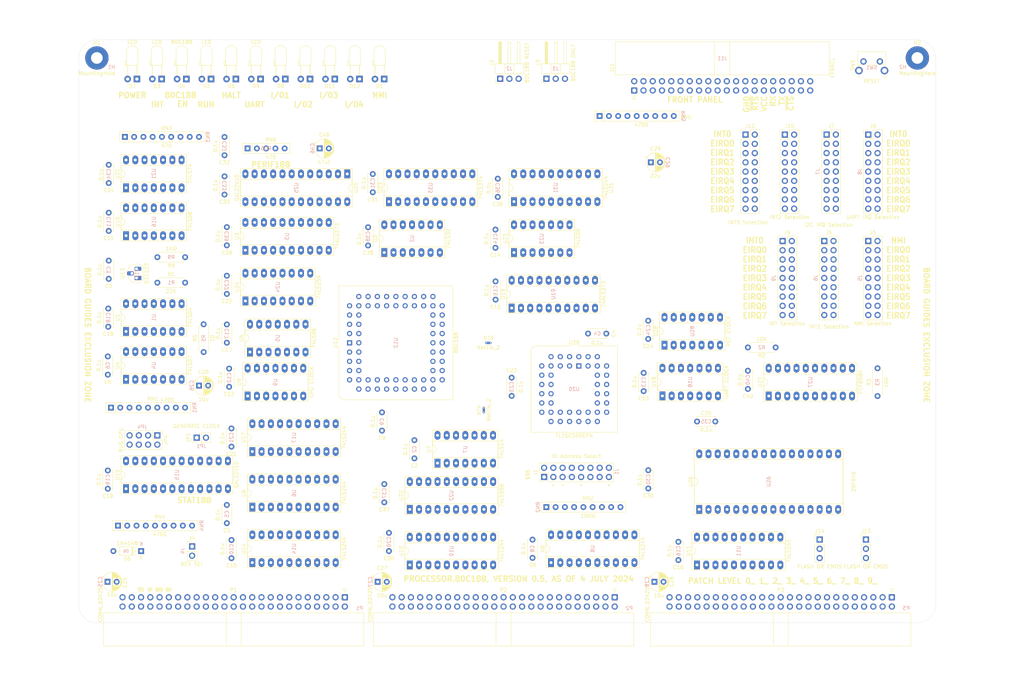
<source format=kicad_pcb>
(kicad_pcb (version 20211014) (generator pcbnew)
  (title_block (title "DUODYNE 6809 PROCESSOR") (date "2024-05-14") (rev "v1.2"))
  (layers (0 "F.Cu" signal) (31 "B.Cu" signal) (34 "B.Paste" user) (35 "F.Paste" user) (36 "B.SilkS" user "B.Silkscreen") (37 "F.SilkS" user "F.Silkscreen") (38 "B.Mask" user) (39 "F.Mask" user) (44 "Edge.Cuts" user))
  (net 0 "")
  (net 1 "GND")
  (net 2 "VCC")
  (net 3 "Net-(D2-Pad1)")
  (net 4 "Net-(D6-Pad2)")
  (net 5 "Net-(D1-Pad1)")
  (net 6 "470B")
  (net 7 "~{INT0}")
  (net 8 "470D")
  (net 9 "470A")
  (net 10 "~{DREQ1}")
  (net 11 "~{DREQ0}")
  (net 12 "Net-(D3-Pad1)")
  (net 13 "-12V")
  (net 14 "Net-(D5-Pad1)")
  (net 15 "~{BUSRQ}")
  (net 16 "/bus/CRUCLK")
  (net 17 "~{NMI}")
  (net 18 "~{M1}")
  (net 19 "~{MREQ}")
  (net 20 "~{IORQ}")
  (net 21 "~{WR}")
  (net 22 "~{RD}")
  (net 23 "A0")
  (net 24 "A1")
  (net 25 "A2")
  (net 26 "A3")
  (net 27 "A4")
  (net 28 "A5")
  (net 29 "A6")
  (net 30 "A7")
  (net 31 "A8")
  (net 32 "A9")
  (net 33 "A10")
  (net 34 "A11")
  (net 35 "A12")
  (net 36 "A13")
  (net 37 "A14")
  (net 38 "A15")
  (net 39 "+12V")
  (net 40 "D0")
  (net 41 "D1")
  (net 42 "D2")
  (net 43 "D3")
  (net 44 "D4")
  (net 45 "D5")
  (net 46 "D6")
  (net 47 "D7")
  (net 48 "470C")
  (net 49 "Net-(D8-Pad1)")
  (net 50 "Net-(D8-Pad2)")
  (net 51 "Net-(JP4-Pad1)")
  (net 52 "ONE")
  (net 53 "ZERO")
  (net 54 "Net-(D9-Pad1)")
  (net 55 "Net-(JP4-Pad3)")
  (net 56 "Net-(JP4-Pad5)")
  (net 57 "Net-(JP4-Pad7)")
  (net 58 "Net-(J11-Pad19)")
  (net 59 "Net-(J11-Pad17)")
  (net 60 "Net-(J11-Pad15)")
  (net 61 "~{CPU-IORQ}")
  (net 62 "470E")
  (net 63 "CPU-A1")
  (net 64 "CPU-A0")
  (net 65 "/bus/A23")
  (net 66 "~{CPU-M1}")
  (net 67 "~{CPU-WR}")
  (net 68 "~{CPU-RD}")
  (net 69 "~{CPU-MREQ}")
  (net 70 "/bus/A22")
  (net 71 "~{FP-LATCH-RD}")
  (net 72 "FP-LATCH-WR")
  (net 73 "Net-(D10-Pad1)")
  (net 74 "bCLK")
  (net 75 "Net-(D10-Pad2)")
  (net 76 "~{EIRQ0}")
  (net 77 "~{EIRQ1}")
  (net 78 "/fpanel/FP-D7")
  (net 79 "/fpanel/FP-D6")
  (net 80 "/fpanel/FP-D5")
  (net 81 "/fpanel/FP-D4")
  (net 82 "/fpanel/FP-D3")
  (net 83 "/fpanel/FP-D2")
  (net 84 "/fpanel/FP-D1")
  (net 85 "/fpanel/FP-D0")
  (net 86 "CPU-A3")
  (net 87 "CPU-A4")
  (net 88 "CPU-A2")
  (net 89 "CPU-A5")
  (net 90 "CPU-A6")
  (net 91 "CPU-A7")
  (net 92 "~{EIRQ2}")
  (net 93 "CPU-A11")
  (net 94 "CPU-A12")
  (net 95 "CPU-A10")
  (net 96 "CPU-A13")
  (net 97 "CPU-A9")
  (net 98 "CPU-A14")
  (net 99 "CPU-A8")
  (net 100 "CPU-A15")
  (net 101 "~{CPU-NMI}")
  (net 102 "CPU-D1")
  (net 103 "CPU-D7")
  (net 104 "CPU-D6")
  (net 105 "CPU-D3")
  (net 106 "CPU-D0")
  (net 107 "CPU-D2")
  (net 108 "CPU-D5")
  (net 109 "CPU-D4")
  (net 110 "A16")
  (net 111 "A17")
  (net 112 "A18")
  (net 113 "A19")
  (net 114 "Net-(D11-Pad1)")
  (net 115 "Net-(D11-Pad2)")
  (net 116 "~{EIRQ3}")
  (net 117 "~{EIRQ4}")
  (net 118 "Net-(P1-Pad40)")
  (net 119 "~{EIRQ5}")
  (net 120 "~{EIRQ6}")
  (net 121 "Net-(P1-Pad44)")
  (net 122 "~{EIRQ7}")
  (net 123 "Net-(D12-Pad1)")
  (net 124 "UART-CLK")
  (net 125 "/bus/E")
  (net 126 "/bus/ST")
  (net 127 "/bus/PHI")
  (net 128 "/bus/~{INT2}")
  (net 129 "/bus/~{INT1}")
  (net 130 "~{RES_IN}")
  (net 131 "/bus/CRUOUT")
  (net 132 "/bus/CRUIN")
  (net 133 "~{RES_OUT}")
  (net 134 "/bus/USER8")
  (net 135 "/bus/USER7")
  (net 136 "/bus/USER6")
  (net 137 "/bus/USER5")
  (net 138 "/bus/USER4")
  (net 139 "/bus/USER3")
  (net 140 "/bus/USER2")
  (net 141 "/bus/USER1")
  (net 142 "/bus/USER0")
  (net 143 "I2C_SDA")
  (net 144 "/bus/A31")
  (net 145 "/bus/A30")
  (net 146 "/bus/A29")
  (net 147 "/bus/A28")
  (net 148 "/bus/A27")
  (net 149 "/bus/A26")
  (net 150 "/bus/A25")
  (net 151 "/bus/A24")
  (net 152 "/bus/IC3")
  (net 153 "/bus/IC2")
  (net 154 "/bus/IC1")
  (net 155 "/bus/IC0")
  (net 156 "/bus/AUXCLK1")
  (net 157 "/bus/AUXCLK0")
  (net 158 "/bus/D15")
  (net 159 "/bus/D31")
  (net 160 "/bus/D14")
  (net 161 "/bus/D30")
  (net 162 "/bus/D13")
  (net 163 "/bus/D29")
  (net 164 "/bus/D12")
  (net 165 "/bus/D28")
  (net 166 "/bus/D11")
  (net 167 "/bus/D27")
  (net 168 "/bus/D10")
  (net 169 "/bus/D26")
  (net 170 "/bus/D9")
  (net 171 "/bus/D25")
  (net 172 "/bus/D8")
  (net 173 "/bus/D24")
  (net 174 "/bus/D23")
  (net 175 "/bus/D22")
  (net 176 "/bus/D21")
  (net 177 "/bus/D20")
  (net 178 "/bus/D19")
  (net 179 "/bus/D18")
  (net 180 "/bus/D17")
  (net 181 "/bus/D16")
  (net 182 "/bus/~{BUSERR}")
  (net 183 "/bus/UDS")
  (net 184 "/bus/~{VPA}")
  (net 185 "/bus/LDS")
  (net 186 "/bus/~{VMA}")
  (net 187 "/bus/S2")
  (net 188 "/bus/~{BHE}")
  (net 189 "/bus/S1")
  (net 190 "/bus/IPL2")
  (net 191 "/bus/S0")
  (net 192 "/bus/IPL1")
  (net 193 "/bus/AUXCLK3")
  (net 194 "/bus/IPL0")
  (net 195 "/bus/AUXCLK2")
  (net 196 "I2C_SCL")
  (net 197 "Net-(D12-Pad2)")
  (net 198 "188RST")
  (net 199 "188EN")
  (net 202 "Net-(D4-Pad1)")
  (net 203 "Net-(J1-Pad2)")
  (net 204 "~{INT-I2C}")
  (net 205 "~{CS_I2C_WR}")
  (net 207 "~{CS_I2C}")
  (net 209 "~{RTS}")
  (net 210 "RX")
  (net 211 "TX")
  (net 212 "~{CTS}")
  (net 213 "~{CS_UART}")
  (net 214 "~{EXT_RES}")
  (net 215 "Net-(J11-Pad5)")
  (net 216 "Net-(J11-Pad7)")
  (net 217 "Net-(J11-Pad9)")
  (net 218 "Net-(J11-Pad11)")
  (net 219 "Net-(J11-Pad13)")
  (net 220 "Net-(J1-Pad4)")
  (net 221 "Net-(J1-Pad6)")
  (net 222 "Net-(J1-Pad8)")
  (net 223 "~{CPU-HALT}")
  (net 224 "~{188EN}")
  (net 227 "~{188ACTIVE}")
  (net 228 "~{bCPU-NMI}")
  (net 229 "Net-(R9-Pad1)")
  (net 232 "Net-(J1-Pad10)")
  (net 233 "Net-(J1-Pad12)")
  (net 234 "Net-(J1-Pad14)")
  (net 235 "Net-(J1-Pad16)")
  (net 236 "UART_INT")
  (net 237 "Net-(U22-Pad19)")
  (net 238 "~{ENABLEINT}")
  (net 239 "Net-(J8-Pad10)")
  (net 250 "Net-(U16-Pad10)")
  (net 253 "~{bCPU-INT1}")
  (net 254 "~{bCPU-IRQ}")
  (net 255 "~{bCPU-INT2}")
  (net 256 "~{bCPU-INT3}")
  (net 257 "Net-(J13-Pad2)")
  (net 258 "Net-(J14-Pad2)")
  (net 259 "Net-(U10-Pad7)")
  (net 260 "~{BUSACK}")
  (net 261 "~{HALT}")
  (net 262 "~{RFSH}")
  (net 263 "Net-(U16-Pad12)")
  (net 264 "/bus/A21")
  (net 265 "~{WAIT}")
  (net 266 "/bus/A20")
  (net 267 "/bus/~{TEND1}")
  (net 268 "/bus/~{TEND0}")
  (net 269 "~{CPU-DREQ1}")
  (net 270 "~{CPU-INT2}")
  (net 279 "Net-(U20-Pad10)")
  (net 289 "Net-(U1-Pad8)")
  (net 302 "~{CPU-INT1}")
  (net 303 "~{CPU-IRQ}")
  (net 304 "~{CPU-INT3}")
  (net 305 "~{G_DATA}")
  (net 306 "Net-(U11-Pad19)")
  (net 313 "HLDA")
  (net 314 "CPU-A19")
  (net 315 "Net-(U12-Pad65)")
  (net 316 "Net-(U12-Pad66)")
  (net 317 "CPU-A18")
  (net 318 "CPU-A17")
  (net 319 "Net-(U12-Pad67)")
  (net 320 "Net-(U12-Pad68)")
  (net 321 "CPU-A16")
  (net 322 "ALE")
  (net 323 "S0")
  (net 324 "CPU_S0")
  (net 325 "CPU_S1")
  (net 326 "S1")
  (net 327 "S2")
  (net 328 "CPU_S2")
  (net 334 "Net-(U12-Pad59)")
  (net 339 "~{BDREQ}")
  (net 340 "~{CPU-RFSH}")
  (net 341 "CLKOUT")
  (net 342 "DT~{R}_TS")
  (net 343 "~{CPU-DREQ0}")
  (net 344 "TMR1_IN")
  (net 347 "Net-(U12-Pad25)")
  (net 348 "~{PCS1}")
  (net 351 "~{PCS4}")
  (net 352 "~{PCS5}")
  (net 353 "~{PCS6}")
  (net 355 "~{UCS}")
  (net 356 "Net-(U12-Pad35)")
  (net 357 "Net-(U12-Pad36)")
  (net 358 "Net-(U12-Pad37)")
  (net 359 "Net-(U12-Pad38)")
  (net 361 "Net-(U12-Pad47)")
  (net 363 "SRDY")
  (net 364 "HOLD")
  (net 368 "88TOGGLE")
  (net 386 "Net-(U24-Pad9)")
  (net 389 "~{WR_LS259}")
  (net 390 "Net-(U25-Pad11)")
  (net 394 "Net-(U27-Pad1)")
  (net 401 "470F")
  (net 402 "470G")
  (footprint "Connector_IDC:IDC-Header_2x25_P2.54mm_Horizontal" (layer "F.Cu") (at 108 223 -90)
    (fp_text reference "P1")
    (fp_text value "CONN_02X25")
  )
  (footprint "Capacitor_THT:C_Disc_D5.0mm_W2.5mm_P5.00mm" (layer "F.Cu") (at 127.075 179.875 -90)
    (fp_text reference "C2")
    (fp_text value "0.1u")
  )
  (footprint "Capacitor_THT:C_Disc_D5.0mm_W2.5mm_P5.00mm" (layer "F.Cu") (at 43.255 130.605 -90)
    (fp_text reference "C3")
    (fp_text value "0.1u")
  )
  (footprint "Capacitor_THT:C_Disc_D5.0mm_W2.5mm_P5.00mm" (layer "F.Cu") (at 174.7 150.625)
    (fp_text reference "C4")
    (fp_text value "0.1u")
  )
  (footprint "Capacitor_THT:C_Disc_D5.0mm_W2.5mm_P5.00mm" (layer "F.Cu") (at 75.64 197.655 -90)
    (fp_text reference "C5")
    (fp_text value "0.1u")
  )
  (footprint "Capacitor_THT:C_Disc_D5.0mm_W2.5mm_P5.00mm" (layer "F.Cu") (at 43 156.9 -90)
    (fp_text reference "C6")
    (fp_text value "0.1u")
  )
  (footprint "Capacitor_THT:C_Disc_D5.0mm_W2.5mm_P5.00mm" (layer "F.Cu") (at 159.46 207.18 -90)
    (fp_text reference "C8")
    (fp_text value "0.1u")
  )
  (footprint "Capacitor_THT:C_Disc_D5.0mm_W2.5mm_P5.00mm" (layer "F.Cu") (at 118.185 172.255 -90)
    (fp_text reference "C9")
    (fp_text value "0.1u")
  )
  (footprint "Capacitor_THT:C_Disc_D5.0mm_W2.5mm_P5.00mm" (layer "F.Cu") (at 76.91 207.27 -90)
    (fp_text reference "C10")
    (fp_text value "0.1u")
  )
  (footprint "Capacitor_THT:C_Disc_D5.0mm_W2.5mm_P5.00mm" (layer "F.Cu") (at 43.255 117.4575 -90)
    (fp_text reference "C11")
    (fp_text value "0.1u")
  )
  (footprint "Capacitor_THT:C_Disc_D5.0mm_W2.5mm_P5.00mm" (layer "F.Cu") (at 149.3 122.09 -90)
    (fp_text reference "C14")
    (fp_text value "0.1u")
  )
  (footprint "Capacitor_THT:C_Disc_D5.0mm_W2.5mm_P5.00mm" (layer "F.Cu") (at 149.33 136.305 -90)
    (fp_text reference "C15")
    (fp_text value "0.1u")
  )
  (footprint "Capacitor_THT:CP_Radial_D5.0mm_P2.50mm" (layer "F.Cu") (at 42.9296 218.75)
    (fp_text reference "C25")
    (fp_text value "10u")
  )
  (footprint "Capacitor_THT:CP_Radial_D5.0mm_P2.50mm" (layer "F.Cu") (at 68.0199 164.9)
    (fp_text reference "C26")
    (fp_text value "10u")
  )
  (footprint "Capacitor_THT:C_Disc_D5.0mm_W2.5mm_P5.00mm" (layer "F.Cu") (at 75.64 148.125 -90)
    (fp_text reference "C17")
    (fp_text value "0.1u")
  )
  (footprint "Capacitor_THT:C_Disc_D5.0mm_W2.5mm_P5.00mm" (layer "F.Cu") (at 120.09 205.315 -90)
    (fp_text reference "C20")
    (fp_text value "0.1u")
  )
  (footprint "Capacitor_THT:C_Disc_D5.0mm_W2.5mm_P5.00mm" (layer "F.Cu") (at 76.91 176.66 -90)
    (fp_text reference "C21")
    (fp_text value "0.1u")
  )
  (footprint "Capacitor_THT:C_Disc_D5.0mm_W2.5mm_P5.00mm" (layer "F.Cu") (at 75.64 134.75 -90)
    (fp_text reference "C22")
    (fp_text value "0.1u")
  )
  (footprint "Capacitor_THT:C_Disc_D5.0mm_W2.5mm_P5.00mm" (layer "F.Cu") (at 153.745 167.73 90)
    (fp_text reference "C23")
    (fp_text value "0.1u")
  )
  (footprint "Capacitor_THT:CP_Radial_D5.0mm_P2.50mm" (layer "F.Cu") (at 117 218.75)
    (fp_text reference "C27")
    (fp_text value "10u")
  )
  (footprint "Capacitor_THT:CP_Radial_D5.0mm_P2.50mm" (layer "F.Cu") (at 192.8847 218.75)
    (fp_text reference "C28")
    (fp_text value "10u")
  )
  (footprint "Capacitor_THT:CP_Radial_D5.0mm_P2.50mm" (layer "F.Cu") (at 191.909888 103.635)
    (fp_text reference "C29")
    (fp_text value "22u")
  )
  (footprint "LED_THT:LED_D3.0mm_Horizontal_O3.81mm_Z2.0mm" (layer "F.Cu") (at 64.544 80.775 180)
    (fp_text reference "D4")
    (fp_text value "80C188")
  )
  (footprint "Diode_THT:D_DO-35_SOD27_P7.62mm_Horizontal" (layer "F.Cu") (at 52.145 210.315 180)
    (fp_text reference "D6")
    (fp_text value "1N4148")
  )
  (footprint "LED_THT:LED_D3.0mm_Horizontal_O3.81mm_Z2.0mm" (layer "F.Cu") (at 71.326 80.775 180)
    (fp_text reference "D2")
    (fp_text value "LED")
  )
  (footprint "Resistor_THT:R_Axial_DIN0207_L6.3mm_D2.5mm_P7.62mm_Horizontal" (layer "F.Cu") (at 69.29 155.705 90)
    (fp_text reference "R5")
    (fp_text value "10")
  )
  (footprint "Package_DIP:DIP-14_W7.62mm_Socket_LongPads" (layer "F.Cu") (at 48 163.2 90)
    (fp_text reference "U4")
    (fp_text value "74LS07")
  )
  (footprint "Package_DIP:DIP-14_W7.62mm_Socket_LongPads" (layer "F.Cu") (at 81.985 155.695 90)
    (fp_text reference "U5")
    (fp_text value "74LS06")
  )
  (footprint "Package_DIP:DIP-20_W7.62mm_Socket_LongPads" (layer "F.Cu") (at 82.63 198.24 90)
    (fp_text reference "U6")
    (fp_text value "74LS244")
  )
  (footprint "Package_DIP:DIP-20_W7.62mm_Socket_LongPads" (layer "F.Cu") (at 164.54 213.48 90)
    (fp_text reference "U8")
    (fp_text value "74LS244")
  )
  (footprint "Package_DIP:DIP-24_W7.62mm_Socket_LongPads" (layer "F.Cu") (at 48 193.2 90)
    (fp_text reference "U15")
    (fp_text value "GAL22V10")
  )
  (footprint "Package_DIP:DIP-14_W7.62mm_Socket_LongPads" (layer "F.Cu") (at 48 150.0525 90)
    (fp_text reference "U1")
    (fp_text value "74LS04")
  )
  (footprint "Connector_IDC:IDC-Header_2x25_P2.54mm_Horizontal" (layer "F.Cu") (at 182 223 -90)
    (fp_text reference "P2")
    (fp_text value "CONN_02X25")
  )
  (footprint "MountingHole:MountingHole_3.2mm_M3_Pad" (layer "F.Cu") (at 265 75)
    (fp_text reference "H2")
    (fp_text value "MountingHole")
  )
  (footprint "Resistor_THT:R_Array_SIP9" (layer "F.Cu") (at 43.875 170.945)
    (fp_text reference "RN1")
    (fp_text value "4700")
  )
  (footprint "Package_DIP:DIP-20_W7.62mm_Socket_LongPads" (layer "F.Cu") (at 204.55 214.115 90)
    (fp_text reference "U11")
    (fp_text value "74LS245")
  )
  (footprint "Capacitor_THT:C_Disc_D5.0mm_W2.5mm_P5.00mm" (layer "F.Cu") (at 43 188.2 -90)
    (fp_text reference "C19")
    (fp_text value "0.1u")
  )
  (footprint "Capacitor_THT:C_Disc_D5.0mm_W2.5mm_P5.00mm" (layer "F.Cu") (at 43.125 143.7525 -90)
    (fp_text reference "C18")
    (fp_text value "0.1u")
  )
  (footprint "Capacitor_THT:C_Disc_D5.0mm_W2.5mm_P5.00mm" (layer "F.Cu") (at 76.275 160.23 -90)
    (fp_text reference "C12")
    (fp_text value "0.1u")
  )
  (footprint "Capacitor_THT:C_Disc_D5.0mm_W2.5mm_P5.00mm" (layer "F.Cu") (at 199.465 207.775 -90)
    (fp_text reference "C16")
    (fp_text value "0.1u")
  )
  (footprint "Package_DIP:DIP-20_W7.62mm_Socket_LongPads" (layer "F.Cu") (at 80.725 127.755 90)
    (fp_text reference "U3")
    (fp_text value "74ALS373")
  )
  (footprint "MountingHole:MountingHole_3.2mm_M3_Pad" (layer "F.Cu") (at 40 75)
    (fp_text reference "H1")
    (fp_text value "MountingHole")
  )
  (footprint "LED_THT:LED_D3.0mm_Horizontal_O3.81mm_Z2.0mm" (layer "F.Cu") (at 50.98 80.775 180)
    (fp_text reference "D7")
    (fp_text value "LED")
  )
  (footprint "Connector_IDC:IDC-Header_2x25_P2.54mm_Horizontal" (layer "F.Cu") (at 258 223 -90)
    (fp_text reference "P3")
    (fp_text value "CONN_02X25")
  )
  (footprint "Package_TO_SOT_THT:TO-92L_HandSolder" (layer "F.Cu") (at 50.875 135.385 90)
    (fp_text reference "U13")
    (fp_text value "DS1233")
  )
  (footprint "Capacitor_THT:C_Disc_D5.0mm_W2.5mm_P5.00mm" (layer "F.Cu") (at 149.935 108.12 -90)
    (fp_text reference "C36")
    (fp_text value "0.1u")
  )
  (footprint "Capacitor_THT:C_Disc_D5.0mm_W2.5mm_P5.00mm" (layer "F.Cu") (at 114.38 121.455 -90)
    (fp_text reference "C38")
    (fp_text value "0.1u")
  )
  (footprint "Capacitor_THT:CP_Radial_D5.0mm_P2.50mm" (layer "F.Cu") (at 101.104888 99.825)
    (fp_text reference "C46")
    (fp_text value "47uF")
  )
  (footprint "Package_DIP:DIP-20_W7.62mm_Socket_LongPads" (layer "F.Cu") (at 153.75 143.63 90)
    (fp_text reference "U19")
    (fp_text value "74ALS373")
  )
  (footprint "Package_DIP:DIP-14_W7.62mm_Socket_LongPads" (layer "F.Cu") (at 133.41 186.175 90)
    (fp_text reference "U7")
    (fp_text value "74LS14")
  )
  (footprint "LED_THT:LED_D3.0mm_Horizontal_O3.81mm_Z2.0mm" (layer "F.Cu") (at 84.89 80.775 180)
    (fp_text reference "D9")
    (fp_text value "LED")
  )
  (footprint "Resistor_THT:R_Array_SIP9" (layer "F.Cu") (at 45.795 203.33)
    (fp_text reference "RN4")
    (fp_text value "4700")
  )
  (footprint "Connector_IDC:IDC-Header_2x20_P2.54mm_Horizontal" (layer "F.Cu") (at 187.35 83.9175 90)
    (fp_text reference "J11")
    (fp_text value "FPANEL")
  )
  (footprint "Resistor_THT:R_Array_SIP9" (layer "F.Cu") (at 177.875 90.935)
    (fp_text reference "RN5")
    (fp_text value "4700")
  )
  (footprint "Package_DIP:DIP-20_W7.62mm_Socket_LongPads" (layer "F.Cu") (at 154.385 114.42 90)
    (fp_text reference "U31")
    (fp_text value "74LS244")
  )
  (footprint "Package_DIP:DIP-20_W7.62mm_Socket_LongPads" (layer "F.Cu") (at 120.095 114.42 90)
    (fp_text reference "U33")
    (fp_text value "74LS374")
  )
  (footprint "Package_LCC:PLCC-44_THT-Socket" (layer "F.Cu") (at 172.16 159.515)
    (fp_text reference "U20")
    (fp_text value "TL16C550CFN")
  )
  (footprint "Capacitor_THT:C_Disc_D5.0mm_W2.5mm_P5.00mm" (layer "F.Cu") (at 118.82 191.94 -90)
    (fp_text reference "C37")
    (fp_text value "0.1u")
  )
  (footprint "Package_DIP:DIP-14_W7.62mm_Socket_LongPads" (layer "F.Cu") (at 81.35 167.76 90)
    (fp_text reference "U9")
    (fp_text value "CPU CLOCK")
  )
  (footprint "Package_DIP:DIP-20_W7.62mm_Socket_LongPads" (layer "F.Cu") (at 125.81 214.115 90)
    (fp_text reference "U10")
    (fp_text value "74LS244")
  )
  (footprint "Package_LCC:PLCC-68_THT-Socket" (layer "F.Cu") (at 109.295 153.165 90)
    (fp_text reference "U12")
    (fp_text value "80C188")
  )
  (footprint "Capacitor_THT:C_Disc_D5.0mm_W2.5mm_P5.00mm" (layer "F.Cu") (at 191.21 188.13 -90)
    (fp_text reference "C30")
    (fp_text value "0.1u")
  )
  (footprint "Capacitor_THT:C_Disc_D5.0mm_W2.5mm_P5.00mm" (layer "F.Cu") (at 115.66 106.85 -90)
    (fp_text reference "C31")
    (fp_text value "0.1u")
  )
  (footprint "Capacitor_THT:C_Disc_D5.0mm_W2.5mm_P5.00mm" (layer "F.Cu") (at 75.005 96.69 -90)
    (fp_text reference "C32")
    (fp_text value "0.1u")
  )
  (footprint "Capacitor_THT:C_Disc_D5.0mm_W2.5mm_P5.00mm" (layer "F.Cu") (at 75.005 107.485 -90)
    (fp_text reference "C33")
    (fp_text value "0.1u")
  )
  (footprint "Capacitor_THT:C_Disc_D5.0mm_W2.5mm_P5.00mm" (layer "F.Cu") (at 43.255 104.31 -90)
    (fp_text reference "C34")
    (fp_text value "0.1u")
  )
  (footprint "Capacitor_THT:C_Disc_D5.0mm_W2.5mm_P5.00mm" (layer "F.Cu") (at 204.585 174.755)
    (fp_text reference "C35")
    (fp_text value "0.1u")
  )
  (footprint "Package_DIP:DIP-20_W7.62mm_Socket_LongPads" (layer "F.Cu") (at 82.63 213.48 90)
    (fp_text reference "U14")
    (fp_text value "74LS244")
  )
  (footprint "Package_DIP:DIP-14_W7.62mm_Socket_LongPads" (layer "F.Cu") (at 118.815 128.39 90)
    (fp_text reference "U2")
    (fp_text value "74LS32")
  )
  (footprint "LED_THT:LED_D3.0mm_Horizontal_O3.81mm_Z2.0mm" (layer "F.Cu") (at 57.762 80.775 180)
    (fp_text reference "D3")
    (fp_text value "LED")
  )
  (footprint "Button_Switch_THT:SW_Tactile_SPST_Angled_PTS645Vx58-2LFS" (layer "F.Cu") (at 250.225 75.9625)
    (fp_text reference "SW1")
    (fp_text value "RESET")
  )
  (footprint "Capacitor_THT:C_Disc_D5.0mm_W2.5mm_P5.00mm" (layer "F.Cu") (at 75.64 121.415 -90)
    (fp_text reference "C39")
    (fp_text value "0.1u")
  )
  (footprint "Package_DIP:DIP-14_W7.62mm_Socket_LongPads" (layer "F.Cu") (at 195.08 167.735 90)
    (fp_text reference "U18")
    (fp_text value "UART CLOCK")
  )
  (footprint "Capacitor_THT:C_Disc_D5.0mm_W2.5mm_P5.00mm" (layer "F.Cu") (at 189.94 161.42 -90)
    (fp_text reference "C13")
    (fp_text value "0.1u")
  )
  (footprint "Capacitor_THT:C_Disc_D5.0mm_W2.5mm_P5.00mm" (layer "F.Cu") (at 191.195 147.1 -90)
    (fp_text reference "C24")
    (fp_text value "0.1u")
  )
  (footprint "Resistor_THT:R_Axial_DIN0207_L6.3mm_D2.5mm_P7.62mm_Horizontal" (layer "F.Cu") (at 64.21 129.67 180)
    (fp_text reference "R9")
    (fp_text value "1KΩ")
  )
  (footprint "Package_DIP:DIP-20_W7.62mm_Socket_LongPads" (layer "F.Cu") (at 125.81 198.875 90)
    (fp_text reference "U22")
    (fp_text value "74LS688")
  )
  (footprint "LED_THT:LED_D3.0mm_Horizontal_O3.81mm_Z2.0mm" (layer "F.Cu") (at 98.454 80.775 180)
    (fp_text reference "D10")
    (fp_text value "LED")
  )
  (footprint "Connector_PinHeader_2.54mm:PinHeader_2x09_P2.54mm_Vertical" (layer "F.Cu") (at 228.035 125.235)
    (fp_text reference "J9")
    (fp_text value "INT Selection")
  )
  (footprint "Connector_PinHeader_2.54mm:PinHeader_1x02_P2.54mm_Vertical" (layer "F.Cu") (at 67.38 179.2 90)
    (fp_text reference "JP1")
    (fp_text value "GENERATE CLOCK")
  )
  (footprint "Connector_PinHeader_2.54mm:PinHeader_2x09_P2.54mm_Vertical" (layer "F.Cu") (at 240.105 96.015)
    (fp_text reference "J7")
    (fp_text value "I2C IRQ Selection")
  )
  (footprint "Connector_PinHeader_2.54mm:PinHeader_2x09_P2.54mm_Vertical" (layer "F.Cu") (at 228.67 96.025)
    (fp_text reference "J10")
    (fp_text value "INT2 Selection")
  )
  (footprint "Resistor_THT:R_Axial_DIN0207_L6.3mm_D2.5mm_P7.62mm_Horizontal" (layer "F.Cu") (at 254.075 167.77 90)
    (fp_text reference "R3")
    (fp_text value "10K")
  )
  (footprint "NetTie:NetTie-2_THT_Pad0.3mm" (layer "F.Cu") (at 146.125 172.215 90)
    (fp_text reference "NT4")
    (fp_text value "NetTie_2")
  )
  (footprint "Connector_PinHeader_2.54mm:PinHeader_1x03_P2.54mm_Horizontal" (layer "F.Cu") (at 163.285 80.705 90)
    (fp_text reference "J3")
    (fp_text value "80C188 ONLY")
  )
  (footprint "Package_DIP:DIP-20_W7.62mm_Socket_LongPads" (layer "F.Cu") (at 82.63 183 90)
    (fp_text reference "U17")
    (fp_text value "74LS244")
  )
  (footprint "NetTie:NetTie-2_THT_Pad0.3mm" (layer "F.Cu") (at 146.76 153.165)
    (fp_text reference "NT3")
    (fp_text value "NetTie_2")
  )
  (footprint "Connector_PinHeader_2.54mm:PinHeader_2x08_P2.54mm_Vertical" (layer "F.Cu") (at 162.635 189.995 90)
    (fp_text reference "J1")
    (fp_text value "IO Address Select")
  )
  (footprint "Connector_PinHeader_2.54mm:PinHeader_2x04_P2.54mm_Vertical" (layer "F.Cu") (at 56.59 178.565 -90)
    (fp_text reference "JP4")
    (fp_text value "BUS CPU")
  )
  (footprint "Package_DIP:DIP-20_W7.62mm_Socket_LongPads" (layer "F.Cu") (at 224.235 167.76 90)
    (fp_text reference "U27")
    (fp_text value "PCF8584")
  )
  (footprint "LED_THT:LED_D3.0mm_Horizontal_O3.81mm_Z2.0mm" (layer "F.Cu") (at 78.108 80.775 180)
    (fp_text reference "D5")
    (fp_text value "LED")
  )
  (footprint "LED_THT:LED_D3.0mm_Horizontal_O3.81mm_Z2.0mm" (layer "F.Cu") (at 118.8 80.775 180)
    (fp_text reference "D1")
    (fp_text value "LED")
  )
  (footprint "Capacitor_THT:C_Disc_D5.0mm_W2.5mm_P5.00mm" (layer "F.Cu") (at 218.515 160.825 -90)
    (fp_text reference "C40")
    (fp_text value "0.1u")
  )
  (footprint "LED_THT:LED_D3.0mm_Horizontal_O3.81mm_Z2.0mm" (layer "F.Cu") (at 91.672 80.775 180)
    (fp_text reference "D8")
    (fp_text value "LED")
  )
  (footprint "Package_DIP:DIP-32_W15.24mm_Socket_LongPads" (layer "F.Cu") (at 205.18 198.885 90)
    (fp_text reference "U26")
    (fp_text value "29F040")
  )
  (footprint "Connector_PinHeader_2.54mm:PinHeader_2x09_P2.54mm_Vertical" (layer "F.Cu") (at 251.535 96.025)
    (fp_text reference "J8")
    (fp_text value "UART IRQ Selection")
  )
  (footprint "Package_DIP:DIP-24_W7.62mm_Socket_LongPads" (layer "F.Cu") (at 108.665 106.82 -90)
    (fp_text reference "U25")
    (fp_text value "GAL22V10")
  )
  (footprint "Package_DIP:DIP-14_W7.62mm_Socket_LongPads" (layer "F.Cu") (at 195.65 153.79 90)
    (fp_text reference "U28")
    (fp_text value "PCF CLOCK")
  )
  (footprint "Connector_PinHeader_2.54mm:PinHeader_2x09_P2.54mm_Vertical" (layer "F.Cu") (at 251.535 125.225)
    (fp_text reference "J5")
    (fp_text value "NMI Selection")
  )
  (footprint "Connector_PinHeader_2.54mm:PinHeader_1x02_P2.54mm_Vertical" (layer "F.Cu") (at 66.115 209.04)
    (fp_text reference "J4")
    (fp_text value "RES SEL")
  )
  (footprint "Connector_PinHeader_2.54mm:PinHeader_2x09_P2.54mm_Vertical" (layer "F.Cu") (at 217.875 96.025)
    (fp_text reference "J12")
    (fp_text value "INT3 Selection")
  )
  (footprint "Connector_PinHeader_2.54mm:PinHeader_1x03_P2.54mm_Vertical" (layer "F.Cu") (at 250.9 207.155)
    (fp_text reference "J13")
    (fp_text value "FLASH OR CMOS")
  )
  (footprint "LED_THT:LED_D3.0mm_Horizontal_O3.81mm_Z2.0mm" (layer "F.Cu") (at 112.018 80.775 180)
    (fp_text reference "D12")
    (fp_text value "LED")
  )
  (footprint "Package_DIP:DIP-14_W7.62mm_Socket_LongPads" (layer "F.Cu") (at 154.38 128.4 90)
    (fp_text reference "U23")
    (fp_text value "74LS00")
  )
  (footprint "Resistor_THT:R_Array_SIP5" (layer "F.Cu") (at 81.335 99.825)
    (fp_text reference "RN6")
    (fp_text value "470")
  )
  (footprint "Connector_PinHeader_2.54mm:PinHeader_1x03_P2.54mm_Vertical" (layer "F.Cu") (at 238.2 207.155)
    (fp_text reference "J14")
    (fp_text value "FLASH OR CMOS")
  )
  (footprint "Resistor_THT:R_Array_SIP9" (layer "F.Cu") (at 163.255 198.25)
    (fp_text reference "RN2")
    (fp_text value "10KΩ")
  )
  (footprint "LED_THT:LED_D3.0mm_Horizontal_O3.81mm_Z2.0mm" (layer "F.Cu") (at 105.236 80.775 180)
    (fp_text reference "D11")
    (fp_text value "LED")
  )
  (footprint "Resistor_THT:R_Axial_DIN0207_L6.3mm_D2.5mm_P7.62mm_Horizontal" (layer "F.Cu") (at 226.135 154.435 180)
    (fp_text reference "R2")
    (fp_text value "10K")
  )
  (footprint "Package_DIP:DIP-16_W7.62mm_Socket_LongPads" (layer "F.Cu") (at 80.735 141.685 90)
    (fp_text reference "U24")
    (fp_text value "74LS259")
  )
  (footprint "Resistor_THT:R_Axial_DIN0207_L6.3mm_D2.5mm_P7.62mm_Horizontal" (layer "F.Cu") (at 56.59 136.655)
    (fp_text reference "R1")
    (fp_text value "22K")
  )
  (footprint "Connector_PinHeader_2.54mm:PinHeader_2x09_P2.54mm_Vertical" (layer "F.Cu") (at 239.465 125.225)
    (fp_text reference "J6")
    (fp_text value "INT1 Selection")
  )
  (footprint "Resistor_THT:R_Array_SIP9" (layer "F.Cu") (at 47.685 96.65)
    (fp_text reference "RN3")
    (fp_text value "470")
  )
  (footprint "Package_DIP:DIP-14_W7.62mm_Socket_LongPads" (layer "F.Cu") (at 48 123.7575 90)
    (fp_text reference "U16")
    (fp_text value "74LS08")
  )
  (footprint "Package_DIP:DIP-14_W7.62mm_Socket_LongPads" (layer "F.Cu") (at 48 110.61 90)
    (fp_text reference "U21")
    (fp_text value "74LS74")
  )
  (footprint "Connector_PinHeader_2.54mm:PinHeader_1x03_P2.54mm_Horizontal" (layer "F.Cu") (at 150.585 80.705 90)
    (fp_text reference "J2")
    (fp_text value "80C188 RESET")
  )
  (gr_line (start 35 75) (end 35 225) (layer "Edge.Cuts") (width 0.05))
  (gr_line (start 40 230) (end 265 230) (layer "Edge.Cuts") (width 0.05))
  (gr_line (start 270 225) (end 270 75) (layer "Edge.Cuts") (width 0.05))
  (gr_line (start 265 70) (end 40 70) (layer "Edge.Cuts") (width 0.05))
  (gr_arc (start 270 225) (mid 268.535534 228.535534) (end 265 230) (layer "Edge.Cuts") (width 0.05))
  (gr_arc (start 40 230) (mid 36.464466 228.535534) (end 35 225) (layer "Edge.Cuts") (width 0.05))
  (gr_arc (start 35 75) (mid 36.464466 71.464466) (end 40 70) (layer "Edge.Cuts") (width 0.05))
  (gr_arc (start 265 70) (mid 268.535534 71.464466) (end 270 75) (layer "Edge.Cuts") (width 0.05))
  (gr_text "BOARD GUIDES EXCLUSION ZONE" (at 37.5 151 -90) (layer "F.SilkS") (effects (font (size 1.5 1.5) (thickness 0.3))))
  (gr_text "UART\n" (at 83.26 87.76) (layer "F.SilkS") (effects (font (size 1.5 1.5) (thickness 0.3))))
  (gr_text "~{IEI}" (at 54.558 221) (layer "F.SilkS") (effects (font (size 0.7 0.7) (thickness 0.175))))
  (gr_text "~{BAO}" (at 57.098 221) (layer "F.SilkS") (effects (font (size 0.7 0.7) (thickness 0.175))))
  (gr_text "~{BAI}" (at 59.638 221) (layer "F.SilkS") (effects (font (size 0.7 0.7) (thickness 0.175))))
  (gr_text "NMI\n" (at 117.55 85.22) (layer "F.SilkS") (effects (font (size 1.5 1.5) (thickness 0.3))))
  (gr_text "INT0\nEIRQ0\nEIRQ1\nEIRQ2\nEIRQ3\nEIRQ4\nEIRQ5\nEIRQ6\nEIRQ7" (at 220.42 135.385) (layer "F.SilkS") (effects (font (size 1.6 1.5) (thickness 0.3))))
  (gr_text "POWER" (at 49.71 85.22) (layer "F.SilkS") (effects (font (size 1.5 1.5) (thickness 0.3))))
  (gr_text "BOARD GUIDES EXCLUSION ZONE" (at 267.5 151 -90) (layer "F.SilkS") (effects (font (size 1.5 1.5) (thickness 0.3))))
  (gr_text "*" (at 180.415 192.535) (layer "F.SilkS") (effects (font (size 1 1))))
  (gr_text "~{IEO}" (at 52 221) (layer "F.SilkS") (effects (font (size 0.7 0.7) (thickness 0.175))))
  (gr_text "*" (at 167.715 192.535) (layer "F.SilkS") (effects (font (size 1 1))))
  (gr_text "I/03\n" (at 103.58 85.22) (layer "F.SilkS") (effects (font (size 1.5 1.5) (thickness 0.3))))
  (gr_text "GND\n~{RTS}\nVCC\nRX\nTX\n~{CTS}" (at 224.23 85.22 90) (layer "F.SilkS") (effects (font (size 1.5 1.5) (thickness 0.3)) (justify right)))
  (gr_text "PROCESSOR.80C188, VERSION 0.5, AS OF 4 JULY 2024" (at 155.65 217.935) (layer "F.SilkS") (effects (font (size 1.5 1.5) (thickness 0.3))))
  (gr_text "PERIF188" (at 87.705 104.27) (layer "F.SilkS") (effects (font (size 1.5 1.5) (thickness 0.3))))
  (gr_text "INT" (at 56.59 87.76) (layer "F.SilkS") (effects (font (size 1.5 1.5) (thickness 0.3))))
  (gr_text "I/02" (at 96.595 87.76) (layer "F.SilkS") (effects (font (size 1.5 1.5) (thickness 0.3))))
  (gr_text "80C188\n EN" (at 62.94 86.4275) (layer "F.SilkS") (effects (font (size 1.5 1.5) (thickness 0.3))))
  (gr_text "HALT\n" (at 76.838 85.22) (layer "F.SilkS") (effects (font (size 1.5 1.5) (thickness 0.3))))
  (gr_text "NMI\nEIRQ0\nEIRQ1\nEIRQ2\nEIRQ3\nEIRQ4\nEIRQ5\nEIRQ6\nEIRQ7" (at 259.79 135.385) (layer "F.SilkS") (effects (font (size 1.6 1.5) (thickness 0.3))))
  (gr_text "I/04\n" (at 110.565 87.76) (layer "F.SilkS") (effects (font (size 1.5 1.5) (thickness 0.3))))
  (gr_text "*" (at 165.175 192.535) (layer "F.SilkS") (effects (font (size 1 1))))
  (gr_text "RUN\n" (at 69.925 87.76) (layer "F.SilkS") (effects (font (size 1.5 1.5) (thickness 0.3))))
  (gr_text "$96" (at 158.19 189.36 90) (layer "F.SilkS") (effects (font (size 1 1))))
  (gr_text "FRONT PANEL" (at 203.98 86.47) (layer "F.SilkS") (effects (font (size 1.5 1.5) (thickness 0.3))))
  (gr_text "STAT188" (at 66.75 196.345) (layer "F.SilkS") (effects (font (size 1.5 1.5) (thickness 0.3))))
  (gr_text "PATCH LEVEL 0_ 1_ 2_ 3_ 4_ 5_ 6_ 7_ 8_ 9_" (at 228 218.5) (layer "F.SilkS") (effects (font (size 1.5 1.5) (thickness 0.3))))
  (gr_text "*" (at 172.795 192.535) (layer "F.SilkS") (effects (font (size 1 1))))
  (gr_text "INT0\nEIRQ0\nEIRQ1\nEIRQ2\nEIRQ3\nEIRQ4\nEIRQ5\nEIRQ6\nEIRQ7" (at 211.53 106.175) (layer "F.SilkS") (effects (font (size 1.6 1.5) (thickness 0.3))))
  (gr_text "INT0\nEIRQ0\nEIRQ1\nEIRQ2\nEIRQ3\nEIRQ4\nEIRQ5\nEIRQ6\nEIRQ7" (at 259.79 106.175) (layer "F.SilkS") (effects (font (size 1.6 1.5) (thickness 0.3))))
  (gr_text "I/01" (at 90.245 85.22) (layer "F.SilkS") (effects (font (size 1.5 1.5) (thickness 0.3))))
)
</source>
